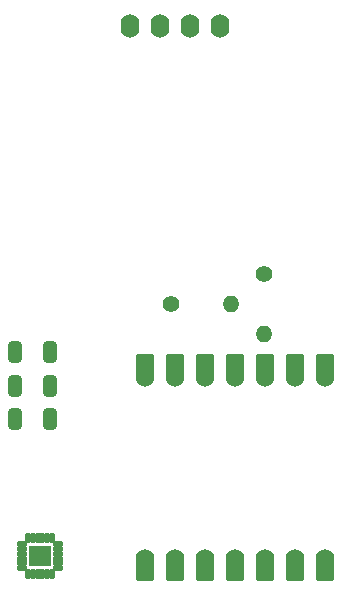
<source format=gbr>
%TF.GenerationSoftware,KiCad,Pcbnew,9.0.1*%
%TF.CreationDate,2025-07-17T13:04:37-04:00*%
%TF.ProjectId,hermes,6865726d-6573-42e6-9b69-6361645f7063,rev?*%
%TF.SameCoordinates,Original*%
%TF.FileFunction,Soldermask,Top*%
%TF.FilePolarity,Negative*%
%FSLAX46Y46*%
G04 Gerber Fmt 4.6, Leading zero omitted, Abs format (unit mm)*
G04 Created by KiCad (PCBNEW 9.0.1) date 2025-07-17 13:04:37*
%MOMM*%
%LPD*%
G01*
G04 APERTURE LIST*
G04 Aperture macros list*
%AMRoundRect*
0 Rectangle with rounded corners*
0 $1 Rounding radius*
0 $2 $3 $4 $5 $6 $7 $8 $9 X,Y pos of 4 corners*
0 Add a 4 corners polygon primitive as box body*
4,1,4,$2,$3,$4,$5,$6,$7,$8,$9,$2,$3,0*
0 Add four circle primitives for the rounded corners*
1,1,$1+$1,$2,$3*
1,1,$1+$1,$4,$5*
1,1,$1+$1,$6,$7*
1,1,$1+$1,$8,$9*
0 Add four rect primitives between the rounded corners*
20,1,$1+$1,$2,$3,$4,$5,0*
20,1,$1+$1,$4,$5,$6,$7,0*
20,1,$1+$1,$6,$7,$8,$9,0*
20,1,$1+$1,$8,$9,$2,$3,0*%
G04 Aperture macros list end*
%ADD10C,1.400000*%
%ADD11O,1.400000X1.400000*%
%ADD12RoundRect,0.250000X-0.325000X-0.650000X0.325000X-0.650000X0.325000X0.650000X-0.325000X0.650000X0*%
%ADD13RoundRect,0.053000X-0.159000X0.369000X-0.159000X-0.369000X0.159000X-0.369000X0.159000X0.369000X0*%
%ADD14RoundRect,0.053000X-0.369000X0.159000X-0.369000X-0.159000X0.369000X-0.159000X0.369000X0.159000X0*%
%ADD15RoundRect,0.102000X-0.850000X0.770000X-0.850000X-0.770000X0.850000X-0.770000X0.850000X0.770000X0*%
%ADD16O,1.600000X2.000000*%
%ADD17RoundRect,0.152400X0.609600X-1.063600X0.609600X1.063600X-0.609600X1.063600X-0.609600X-1.063600X0*%
%ADD18C,1.524000*%
%ADD19RoundRect,0.152400X-0.609600X1.063600X-0.609600X-1.063600X0.609600X-1.063600X0.609600X1.063600X0*%
G04 APERTURE END LIST*
D10*
%TO.C,R1*%
X121650000Y-98370000D03*
D11*
X121650000Y-103450000D03*
%TD*%
D12*
%TO.C,C1*%
X100605000Y-110690000D03*
X103555000Y-110690000D03*
%TD*%
D13*
%TO.C,U1*%
X103705000Y-120755000D03*
X103305000Y-120755000D03*
X102905000Y-120755000D03*
X102505000Y-120755000D03*
X102105000Y-120755000D03*
X101705000Y-120755000D03*
D14*
X101160000Y-121300000D03*
X101160000Y-121700000D03*
X101160000Y-122100000D03*
X101160000Y-122500000D03*
X101160000Y-122900000D03*
X101160000Y-123300000D03*
D13*
X101705000Y-123845000D03*
X102105000Y-123845000D03*
X102505000Y-123845000D03*
X102905000Y-123845000D03*
X103305000Y-123845000D03*
X103705000Y-123845000D03*
D14*
X104250000Y-123300000D03*
X104250000Y-122900000D03*
X104250000Y-122500000D03*
X104250000Y-122100000D03*
X104250000Y-121700000D03*
X104250000Y-121300000D03*
D15*
X102705000Y-122300000D03*
%TD*%
D12*
%TO.C,C3*%
X100575000Y-105050000D03*
X103525000Y-105050000D03*
%TD*%
D16*
%TO.C,DS1*%
X110300000Y-77400000D03*
X112840000Y-77400000D03*
X115380000Y-77400000D03*
X117920000Y-77400000D03*
%TD*%
D10*
%TO.C,R2*%
X113810000Y-100950000D03*
D11*
X118890000Y-100950000D03*
%TD*%
D17*
%TO.C,U2*%
X126851500Y-106345000D03*
D18*
X126851500Y-107180000D03*
D17*
X124311500Y-106345000D03*
D18*
X124311500Y-107180000D03*
D17*
X121771500Y-106345000D03*
D18*
X121771500Y-107180000D03*
D17*
X119231500Y-106345000D03*
D18*
X119231500Y-107180000D03*
D17*
X116691500Y-106345000D03*
D18*
X116691500Y-107180000D03*
D17*
X114151500Y-106345000D03*
D18*
X114151500Y-107180000D03*
D17*
X111611500Y-106345000D03*
D18*
X111611500Y-107180000D03*
X111611500Y-122420000D03*
D19*
X111611500Y-123255000D03*
D18*
X114151500Y-122420000D03*
D19*
X114151500Y-123255000D03*
D18*
X116691500Y-122420000D03*
D19*
X116691500Y-123255000D03*
D18*
X119231500Y-122420000D03*
D19*
X119231500Y-123255000D03*
D18*
X121771500Y-122420000D03*
D19*
X121771500Y-123255000D03*
D18*
X124311500Y-122420000D03*
D19*
X124311500Y-123255000D03*
D18*
X126851500Y-122420000D03*
D19*
X126851500Y-123255000D03*
%TD*%
D12*
%TO.C,C2*%
X100605000Y-107880000D03*
X103555000Y-107880000D03*
%TD*%
M02*

</source>
